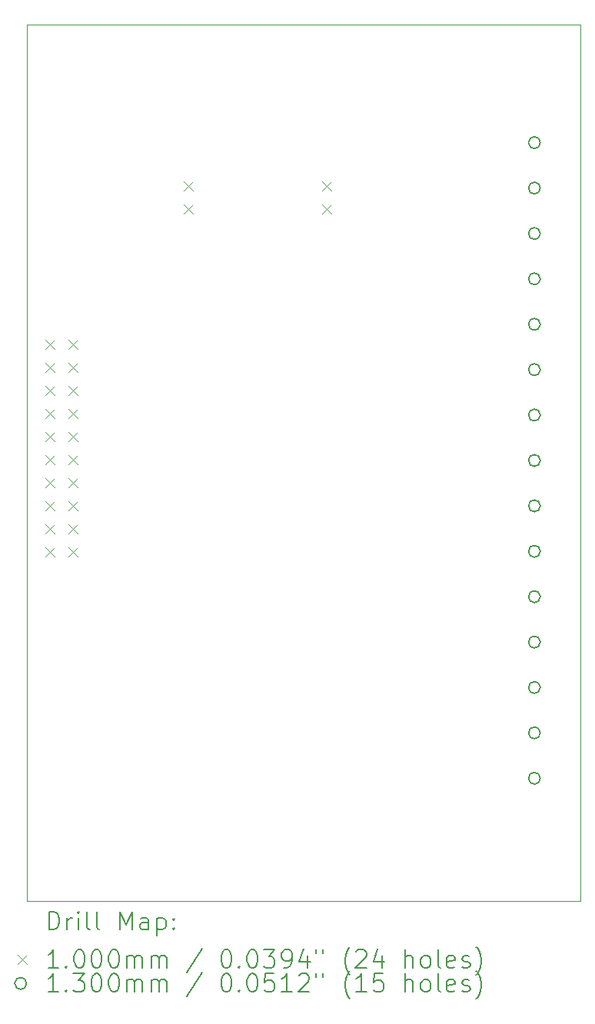
<source format=gbr>
%TF.GenerationSoftware,KiCad,Pcbnew,7.0.2*%
%TF.CreationDate,2023-04-24T16:58:58-04:00*%
%TF.ProjectId,JTAG_Terminal_Block,4a544147-5f54-4657-926d-696e616c5f42,rev?*%
%TF.SameCoordinates,Original*%
%TF.FileFunction,Drillmap*%
%TF.FilePolarity,Positive*%
%FSLAX45Y45*%
G04 Gerber Fmt 4.5, Leading zero omitted, Abs format (unit mm)*
G04 Created by KiCad (PCBNEW 7.0.2) date 2023-04-24 16:58:58*
%MOMM*%
%LPD*%
G01*
G04 APERTURE LIST*
%ADD10C,0.100000*%
%ADD11C,0.200000*%
%ADD12C,0.130000*%
G04 APERTURE END LIST*
D10*
X17780000Y-12700000D02*
X17780000Y-3048000D01*
X11684000Y-12700000D02*
X17780000Y-12700000D01*
X11684000Y-3048000D02*
X11684000Y-12700000D01*
X17780000Y-3048000D02*
X11684000Y-3048000D01*
D11*
D10*
X11888000Y-6522000D02*
X11988000Y-6622000D01*
X11988000Y-6522000D02*
X11888000Y-6622000D01*
X11888000Y-6776000D02*
X11988000Y-6876000D01*
X11988000Y-6776000D02*
X11888000Y-6876000D01*
X11888000Y-7030000D02*
X11988000Y-7130000D01*
X11988000Y-7030000D02*
X11888000Y-7130000D01*
X11888000Y-7284000D02*
X11988000Y-7384000D01*
X11988000Y-7284000D02*
X11888000Y-7384000D01*
X11888000Y-7538000D02*
X11988000Y-7638000D01*
X11988000Y-7538000D02*
X11888000Y-7638000D01*
X11888000Y-7792000D02*
X11988000Y-7892000D01*
X11988000Y-7792000D02*
X11888000Y-7892000D01*
X11888000Y-8046000D02*
X11988000Y-8146000D01*
X11988000Y-8046000D02*
X11888000Y-8146000D01*
X11888000Y-8300000D02*
X11988000Y-8400000D01*
X11988000Y-8300000D02*
X11888000Y-8400000D01*
X11888000Y-8554000D02*
X11988000Y-8654000D01*
X11988000Y-8554000D02*
X11888000Y-8654000D01*
X11888000Y-8808000D02*
X11988000Y-8908000D01*
X11988000Y-8808000D02*
X11888000Y-8908000D01*
X12142000Y-6522000D02*
X12242000Y-6622000D01*
X12242000Y-6522000D02*
X12142000Y-6622000D01*
X12142000Y-6776000D02*
X12242000Y-6876000D01*
X12242000Y-6776000D02*
X12142000Y-6876000D01*
X12142000Y-7030000D02*
X12242000Y-7130000D01*
X12242000Y-7030000D02*
X12142000Y-7130000D01*
X12142000Y-7284000D02*
X12242000Y-7384000D01*
X12242000Y-7284000D02*
X12142000Y-7384000D01*
X12142000Y-7538000D02*
X12242000Y-7638000D01*
X12242000Y-7538000D02*
X12142000Y-7638000D01*
X12142000Y-7792000D02*
X12242000Y-7892000D01*
X12242000Y-7792000D02*
X12142000Y-7892000D01*
X12142000Y-8046000D02*
X12242000Y-8146000D01*
X12242000Y-8046000D02*
X12142000Y-8146000D01*
X12142000Y-8300000D02*
X12242000Y-8400000D01*
X12242000Y-8300000D02*
X12142000Y-8400000D01*
X12142000Y-8554000D02*
X12242000Y-8654000D01*
X12242000Y-8554000D02*
X12142000Y-8654000D01*
X12142000Y-8808000D02*
X12242000Y-8908000D01*
X12242000Y-8808000D02*
X12142000Y-8908000D01*
X13412000Y-4776000D02*
X13512000Y-4876000D01*
X13512000Y-4776000D02*
X13412000Y-4876000D01*
X13412000Y-5030000D02*
X13512000Y-5130000D01*
X13512000Y-5030000D02*
X13412000Y-5130000D01*
X14936000Y-4776000D02*
X15036000Y-4876000D01*
X15036000Y-4776000D02*
X14936000Y-4876000D01*
X14936000Y-5030000D02*
X15036000Y-5130000D01*
X15036000Y-5030000D02*
X14936000Y-5130000D01*
D12*
X17337000Y-4350000D02*
G75*
G03*
X17337000Y-4350000I-65000J0D01*
G01*
X17337000Y-4850000D02*
G75*
G03*
X17337000Y-4850000I-65000J0D01*
G01*
X17337000Y-5350000D02*
G75*
G03*
X17337000Y-5350000I-65000J0D01*
G01*
X17337000Y-5850000D02*
G75*
G03*
X17337000Y-5850000I-65000J0D01*
G01*
X17337000Y-6350000D02*
G75*
G03*
X17337000Y-6350000I-65000J0D01*
G01*
X17337000Y-6850000D02*
G75*
G03*
X17337000Y-6850000I-65000J0D01*
G01*
X17337000Y-7350000D02*
G75*
G03*
X17337000Y-7350000I-65000J0D01*
G01*
X17337000Y-7850000D02*
G75*
G03*
X17337000Y-7850000I-65000J0D01*
G01*
X17337000Y-8350000D02*
G75*
G03*
X17337000Y-8350000I-65000J0D01*
G01*
X17337000Y-8850000D02*
G75*
G03*
X17337000Y-8850000I-65000J0D01*
G01*
X17337000Y-9350000D02*
G75*
G03*
X17337000Y-9350000I-65000J0D01*
G01*
X17337000Y-9850000D02*
G75*
G03*
X17337000Y-9850000I-65000J0D01*
G01*
X17337000Y-10350000D02*
G75*
G03*
X17337000Y-10350000I-65000J0D01*
G01*
X17337000Y-10850000D02*
G75*
G03*
X17337000Y-10850000I-65000J0D01*
G01*
X17337000Y-11350000D02*
G75*
G03*
X17337000Y-11350000I-65000J0D01*
G01*
D11*
X11926619Y-13017524D02*
X11926619Y-12817524D01*
X11926619Y-12817524D02*
X11974238Y-12817524D01*
X11974238Y-12817524D02*
X12002809Y-12827048D01*
X12002809Y-12827048D02*
X12021857Y-12846095D01*
X12021857Y-12846095D02*
X12031381Y-12865143D01*
X12031381Y-12865143D02*
X12040905Y-12903238D01*
X12040905Y-12903238D02*
X12040905Y-12931809D01*
X12040905Y-12931809D02*
X12031381Y-12969905D01*
X12031381Y-12969905D02*
X12021857Y-12988952D01*
X12021857Y-12988952D02*
X12002809Y-13008000D01*
X12002809Y-13008000D02*
X11974238Y-13017524D01*
X11974238Y-13017524D02*
X11926619Y-13017524D01*
X12126619Y-13017524D02*
X12126619Y-12884190D01*
X12126619Y-12922286D02*
X12136143Y-12903238D01*
X12136143Y-12903238D02*
X12145667Y-12893714D01*
X12145667Y-12893714D02*
X12164714Y-12884190D01*
X12164714Y-12884190D02*
X12183762Y-12884190D01*
X12250428Y-13017524D02*
X12250428Y-12884190D01*
X12250428Y-12817524D02*
X12240905Y-12827048D01*
X12240905Y-12827048D02*
X12250428Y-12836571D01*
X12250428Y-12836571D02*
X12259952Y-12827048D01*
X12259952Y-12827048D02*
X12250428Y-12817524D01*
X12250428Y-12817524D02*
X12250428Y-12836571D01*
X12374238Y-13017524D02*
X12355190Y-13008000D01*
X12355190Y-13008000D02*
X12345667Y-12988952D01*
X12345667Y-12988952D02*
X12345667Y-12817524D01*
X12479000Y-13017524D02*
X12459952Y-13008000D01*
X12459952Y-13008000D02*
X12450428Y-12988952D01*
X12450428Y-12988952D02*
X12450428Y-12817524D01*
X12707571Y-13017524D02*
X12707571Y-12817524D01*
X12707571Y-12817524D02*
X12774238Y-12960381D01*
X12774238Y-12960381D02*
X12840905Y-12817524D01*
X12840905Y-12817524D02*
X12840905Y-13017524D01*
X13021857Y-13017524D02*
X13021857Y-12912762D01*
X13021857Y-12912762D02*
X13012333Y-12893714D01*
X13012333Y-12893714D02*
X12993286Y-12884190D01*
X12993286Y-12884190D02*
X12955190Y-12884190D01*
X12955190Y-12884190D02*
X12936143Y-12893714D01*
X13021857Y-13008000D02*
X13002809Y-13017524D01*
X13002809Y-13017524D02*
X12955190Y-13017524D01*
X12955190Y-13017524D02*
X12936143Y-13008000D01*
X12936143Y-13008000D02*
X12926619Y-12988952D01*
X12926619Y-12988952D02*
X12926619Y-12969905D01*
X12926619Y-12969905D02*
X12936143Y-12950857D01*
X12936143Y-12950857D02*
X12955190Y-12941333D01*
X12955190Y-12941333D02*
X13002809Y-12941333D01*
X13002809Y-12941333D02*
X13021857Y-12931809D01*
X13117095Y-12884190D02*
X13117095Y-13084190D01*
X13117095Y-12893714D02*
X13136143Y-12884190D01*
X13136143Y-12884190D02*
X13174238Y-12884190D01*
X13174238Y-12884190D02*
X13193286Y-12893714D01*
X13193286Y-12893714D02*
X13202809Y-12903238D01*
X13202809Y-12903238D02*
X13212333Y-12922286D01*
X13212333Y-12922286D02*
X13212333Y-12979428D01*
X13212333Y-12979428D02*
X13202809Y-12998476D01*
X13202809Y-12998476D02*
X13193286Y-13008000D01*
X13193286Y-13008000D02*
X13174238Y-13017524D01*
X13174238Y-13017524D02*
X13136143Y-13017524D01*
X13136143Y-13017524D02*
X13117095Y-13008000D01*
X13298048Y-12998476D02*
X13307571Y-13008000D01*
X13307571Y-13008000D02*
X13298048Y-13017524D01*
X13298048Y-13017524D02*
X13288524Y-13008000D01*
X13288524Y-13008000D02*
X13298048Y-12998476D01*
X13298048Y-12998476D02*
X13298048Y-13017524D01*
X13298048Y-12893714D02*
X13307571Y-12903238D01*
X13307571Y-12903238D02*
X13298048Y-12912762D01*
X13298048Y-12912762D02*
X13288524Y-12903238D01*
X13288524Y-12903238D02*
X13298048Y-12893714D01*
X13298048Y-12893714D02*
X13298048Y-12912762D01*
D10*
X11579000Y-13295000D02*
X11679000Y-13395000D01*
X11679000Y-13295000D02*
X11579000Y-13395000D01*
D11*
X12031381Y-13437524D02*
X11917095Y-13437524D01*
X11974238Y-13437524D02*
X11974238Y-13237524D01*
X11974238Y-13237524D02*
X11955190Y-13266095D01*
X11955190Y-13266095D02*
X11936143Y-13285143D01*
X11936143Y-13285143D02*
X11917095Y-13294667D01*
X12117095Y-13418476D02*
X12126619Y-13428000D01*
X12126619Y-13428000D02*
X12117095Y-13437524D01*
X12117095Y-13437524D02*
X12107571Y-13428000D01*
X12107571Y-13428000D02*
X12117095Y-13418476D01*
X12117095Y-13418476D02*
X12117095Y-13437524D01*
X12250428Y-13237524D02*
X12269476Y-13237524D01*
X12269476Y-13237524D02*
X12288524Y-13247048D01*
X12288524Y-13247048D02*
X12298048Y-13256571D01*
X12298048Y-13256571D02*
X12307571Y-13275619D01*
X12307571Y-13275619D02*
X12317095Y-13313714D01*
X12317095Y-13313714D02*
X12317095Y-13361333D01*
X12317095Y-13361333D02*
X12307571Y-13399428D01*
X12307571Y-13399428D02*
X12298048Y-13418476D01*
X12298048Y-13418476D02*
X12288524Y-13428000D01*
X12288524Y-13428000D02*
X12269476Y-13437524D01*
X12269476Y-13437524D02*
X12250428Y-13437524D01*
X12250428Y-13437524D02*
X12231381Y-13428000D01*
X12231381Y-13428000D02*
X12221857Y-13418476D01*
X12221857Y-13418476D02*
X12212333Y-13399428D01*
X12212333Y-13399428D02*
X12202809Y-13361333D01*
X12202809Y-13361333D02*
X12202809Y-13313714D01*
X12202809Y-13313714D02*
X12212333Y-13275619D01*
X12212333Y-13275619D02*
X12221857Y-13256571D01*
X12221857Y-13256571D02*
X12231381Y-13247048D01*
X12231381Y-13247048D02*
X12250428Y-13237524D01*
X12440905Y-13237524D02*
X12459952Y-13237524D01*
X12459952Y-13237524D02*
X12479000Y-13247048D01*
X12479000Y-13247048D02*
X12488524Y-13256571D01*
X12488524Y-13256571D02*
X12498048Y-13275619D01*
X12498048Y-13275619D02*
X12507571Y-13313714D01*
X12507571Y-13313714D02*
X12507571Y-13361333D01*
X12507571Y-13361333D02*
X12498048Y-13399428D01*
X12498048Y-13399428D02*
X12488524Y-13418476D01*
X12488524Y-13418476D02*
X12479000Y-13428000D01*
X12479000Y-13428000D02*
X12459952Y-13437524D01*
X12459952Y-13437524D02*
X12440905Y-13437524D01*
X12440905Y-13437524D02*
X12421857Y-13428000D01*
X12421857Y-13428000D02*
X12412333Y-13418476D01*
X12412333Y-13418476D02*
X12402809Y-13399428D01*
X12402809Y-13399428D02*
X12393286Y-13361333D01*
X12393286Y-13361333D02*
X12393286Y-13313714D01*
X12393286Y-13313714D02*
X12402809Y-13275619D01*
X12402809Y-13275619D02*
X12412333Y-13256571D01*
X12412333Y-13256571D02*
X12421857Y-13247048D01*
X12421857Y-13247048D02*
X12440905Y-13237524D01*
X12631381Y-13237524D02*
X12650429Y-13237524D01*
X12650429Y-13237524D02*
X12669476Y-13247048D01*
X12669476Y-13247048D02*
X12679000Y-13256571D01*
X12679000Y-13256571D02*
X12688524Y-13275619D01*
X12688524Y-13275619D02*
X12698048Y-13313714D01*
X12698048Y-13313714D02*
X12698048Y-13361333D01*
X12698048Y-13361333D02*
X12688524Y-13399428D01*
X12688524Y-13399428D02*
X12679000Y-13418476D01*
X12679000Y-13418476D02*
X12669476Y-13428000D01*
X12669476Y-13428000D02*
X12650429Y-13437524D01*
X12650429Y-13437524D02*
X12631381Y-13437524D01*
X12631381Y-13437524D02*
X12612333Y-13428000D01*
X12612333Y-13428000D02*
X12602809Y-13418476D01*
X12602809Y-13418476D02*
X12593286Y-13399428D01*
X12593286Y-13399428D02*
X12583762Y-13361333D01*
X12583762Y-13361333D02*
X12583762Y-13313714D01*
X12583762Y-13313714D02*
X12593286Y-13275619D01*
X12593286Y-13275619D02*
X12602809Y-13256571D01*
X12602809Y-13256571D02*
X12612333Y-13247048D01*
X12612333Y-13247048D02*
X12631381Y-13237524D01*
X12783762Y-13437524D02*
X12783762Y-13304190D01*
X12783762Y-13323238D02*
X12793286Y-13313714D01*
X12793286Y-13313714D02*
X12812333Y-13304190D01*
X12812333Y-13304190D02*
X12840905Y-13304190D01*
X12840905Y-13304190D02*
X12859952Y-13313714D01*
X12859952Y-13313714D02*
X12869476Y-13332762D01*
X12869476Y-13332762D02*
X12869476Y-13437524D01*
X12869476Y-13332762D02*
X12879000Y-13313714D01*
X12879000Y-13313714D02*
X12898048Y-13304190D01*
X12898048Y-13304190D02*
X12926619Y-13304190D01*
X12926619Y-13304190D02*
X12945667Y-13313714D01*
X12945667Y-13313714D02*
X12955190Y-13332762D01*
X12955190Y-13332762D02*
X12955190Y-13437524D01*
X13050429Y-13437524D02*
X13050429Y-13304190D01*
X13050429Y-13323238D02*
X13059952Y-13313714D01*
X13059952Y-13313714D02*
X13079000Y-13304190D01*
X13079000Y-13304190D02*
X13107571Y-13304190D01*
X13107571Y-13304190D02*
X13126619Y-13313714D01*
X13126619Y-13313714D02*
X13136143Y-13332762D01*
X13136143Y-13332762D02*
X13136143Y-13437524D01*
X13136143Y-13332762D02*
X13145667Y-13313714D01*
X13145667Y-13313714D02*
X13164714Y-13304190D01*
X13164714Y-13304190D02*
X13193286Y-13304190D01*
X13193286Y-13304190D02*
X13212333Y-13313714D01*
X13212333Y-13313714D02*
X13221857Y-13332762D01*
X13221857Y-13332762D02*
X13221857Y-13437524D01*
X13612333Y-13228000D02*
X13440905Y-13485143D01*
X13869476Y-13237524D02*
X13888524Y-13237524D01*
X13888524Y-13237524D02*
X13907572Y-13247048D01*
X13907572Y-13247048D02*
X13917095Y-13256571D01*
X13917095Y-13256571D02*
X13926619Y-13275619D01*
X13926619Y-13275619D02*
X13936143Y-13313714D01*
X13936143Y-13313714D02*
X13936143Y-13361333D01*
X13936143Y-13361333D02*
X13926619Y-13399428D01*
X13926619Y-13399428D02*
X13917095Y-13418476D01*
X13917095Y-13418476D02*
X13907572Y-13428000D01*
X13907572Y-13428000D02*
X13888524Y-13437524D01*
X13888524Y-13437524D02*
X13869476Y-13437524D01*
X13869476Y-13437524D02*
X13850429Y-13428000D01*
X13850429Y-13428000D02*
X13840905Y-13418476D01*
X13840905Y-13418476D02*
X13831381Y-13399428D01*
X13831381Y-13399428D02*
X13821857Y-13361333D01*
X13821857Y-13361333D02*
X13821857Y-13313714D01*
X13821857Y-13313714D02*
X13831381Y-13275619D01*
X13831381Y-13275619D02*
X13840905Y-13256571D01*
X13840905Y-13256571D02*
X13850429Y-13247048D01*
X13850429Y-13247048D02*
X13869476Y-13237524D01*
X14021857Y-13418476D02*
X14031381Y-13428000D01*
X14031381Y-13428000D02*
X14021857Y-13437524D01*
X14021857Y-13437524D02*
X14012333Y-13428000D01*
X14012333Y-13428000D02*
X14021857Y-13418476D01*
X14021857Y-13418476D02*
X14021857Y-13437524D01*
X14155191Y-13237524D02*
X14174238Y-13237524D01*
X14174238Y-13237524D02*
X14193286Y-13247048D01*
X14193286Y-13247048D02*
X14202810Y-13256571D01*
X14202810Y-13256571D02*
X14212333Y-13275619D01*
X14212333Y-13275619D02*
X14221857Y-13313714D01*
X14221857Y-13313714D02*
X14221857Y-13361333D01*
X14221857Y-13361333D02*
X14212333Y-13399428D01*
X14212333Y-13399428D02*
X14202810Y-13418476D01*
X14202810Y-13418476D02*
X14193286Y-13428000D01*
X14193286Y-13428000D02*
X14174238Y-13437524D01*
X14174238Y-13437524D02*
X14155191Y-13437524D01*
X14155191Y-13437524D02*
X14136143Y-13428000D01*
X14136143Y-13428000D02*
X14126619Y-13418476D01*
X14126619Y-13418476D02*
X14117095Y-13399428D01*
X14117095Y-13399428D02*
X14107572Y-13361333D01*
X14107572Y-13361333D02*
X14107572Y-13313714D01*
X14107572Y-13313714D02*
X14117095Y-13275619D01*
X14117095Y-13275619D02*
X14126619Y-13256571D01*
X14126619Y-13256571D02*
X14136143Y-13247048D01*
X14136143Y-13247048D02*
X14155191Y-13237524D01*
X14288524Y-13237524D02*
X14412333Y-13237524D01*
X14412333Y-13237524D02*
X14345667Y-13313714D01*
X14345667Y-13313714D02*
X14374238Y-13313714D01*
X14374238Y-13313714D02*
X14393286Y-13323238D01*
X14393286Y-13323238D02*
X14402810Y-13332762D01*
X14402810Y-13332762D02*
X14412333Y-13351809D01*
X14412333Y-13351809D02*
X14412333Y-13399428D01*
X14412333Y-13399428D02*
X14402810Y-13418476D01*
X14402810Y-13418476D02*
X14393286Y-13428000D01*
X14393286Y-13428000D02*
X14374238Y-13437524D01*
X14374238Y-13437524D02*
X14317095Y-13437524D01*
X14317095Y-13437524D02*
X14298048Y-13428000D01*
X14298048Y-13428000D02*
X14288524Y-13418476D01*
X14507572Y-13437524D02*
X14545667Y-13437524D01*
X14545667Y-13437524D02*
X14564714Y-13428000D01*
X14564714Y-13428000D02*
X14574238Y-13418476D01*
X14574238Y-13418476D02*
X14593286Y-13389905D01*
X14593286Y-13389905D02*
X14602810Y-13351809D01*
X14602810Y-13351809D02*
X14602810Y-13275619D01*
X14602810Y-13275619D02*
X14593286Y-13256571D01*
X14593286Y-13256571D02*
X14583762Y-13247048D01*
X14583762Y-13247048D02*
X14564714Y-13237524D01*
X14564714Y-13237524D02*
X14526619Y-13237524D01*
X14526619Y-13237524D02*
X14507572Y-13247048D01*
X14507572Y-13247048D02*
X14498048Y-13256571D01*
X14498048Y-13256571D02*
X14488524Y-13275619D01*
X14488524Y-13275619D02*
X14488524Y-13323238D01*
X14488524Y-13323238D02*
X14498048Y-13342286D01*
X14498048Y-13342286D02*
X14507572Y-13351809D01*
X14507572Y-13351809D02*
X14526619Y-13361333D01*
X14526619Y-13361333D02*
X14564714Y-13361333D01*
X14564714Y-13361333D02*
X14583762Y-13351809D01*
X14583762Y-13351809D02*
X14593286Y-13342286D01*
X14593286Y-13342286D02*
X14602810Y-13323238D01*
X14774238Y-13304190D02*
X14774238Y-13437524D01*
X14726619Y-13228000D02*
X14679000Y-13370857D01*
X14679000Y-13370857D02*
X14802810Y-13370857D01*
X14869476Y-13237524D02*
X14869476Y-13275619D01*
X14945667Y-13237524D02*
X14945667Y-13275619D01*
X15240905Y-13513714D02*
X15231381Y-13504190D01*
X15231381Y-13504190D02*
X15212334Y-13475619D01*
X15212334Y-13475619D02*
X15202810Y-13456571D01*
X15202810Y-13456571D02*
X15193286Y-13428000D01*
X15193286Y-13428000D02*
X15183762Y-13380381D01*
X15183762Y-13380381D02*
X15183762Y-13342286D01*
X15183762Y-13342286D02*
X15193286Y-13294667D01*
X15193286Y-13294667D02*
X15202810Y-13266095D01*
X15202810Y-13266095D02*
X15212334Y-13247048D01*
X15212334Y-13247048D02*
X15231381Y-13218476D01*
X15231381Y-13218476D02*
X15240905Y-13208952D01*
X15307572Y-13256571D02*
X15317095Y-13247048D01*
X15317095Y-13247048D02*
X15336143Y-13237524D01*
X15336143Y-13237524D02*
X15383762Y-13237524D01*
X15383762Y-13237524D02*
X15402810Y-13247048D01*
X15402810Y-13247048D02*
X15412334Y-13256571D01*
X15412334Y-13256571D02*
X15421857Y-13275619D01*
X15421857Y-13275619D02*
X15421857Y-13294667D01*
X15421857Y-13294667D02*
X15412334Y-13323238D01*
X15412334Y-13323238D02*
X15298048Y-13437524D01*
X15298048Y-13437524D02*
X15421857Y-13437524D01*
X15593286Y-13304190D02*
X15593286Y-13437524D01*
X15545667Y-13228000D02*
X15498048Y-13370857D01*
X15498048Y-13370857D02*
X15621857Y-13370857D01*
X15850429Y-13437524D02*
X15850429Y-13237524D01*
X15936143Y-13437524D02*
X15936143Y-13332762D01*
X15936143Y-13332762D02*
X15926619Y-13313714D01*
X15926619Y-13313714D02*
X15907572Y-13304190D01*
X15907572Y-13304190D02*
X15879000Y-13304190D01*
X15879000Y-13304190D02*
X15859953Y-13313714D01*
X15859953Y-13313714D02*
X15850429Y-13323238D01*
X16059953Y-13437524D02*
X16040905Y-13428000D01*
X16040905Y-13428000D02*
X16031381Y-13418476D01*
X16031381Y-13418476D02*
X16021857Y-13399428D01*
X16021857Y-13399428D02*
X16021857Y-13342286D01*
X16021857Y-13342286D02*
X16031381Y-13323238D01*
X16031381Y-13323238D02*
X16040905Y-13313714D01*
X16040905Y-13313714D02*
X16059953Y-13304190D01*
X16059953Y-13304190D02*
X16088524Y-13304190D01*
X16088524Y-13304190D02*
X16107572Y-13313714D01*
X16107572Y-13313714D02*
X16117096Y-13323238D01*
X16117096Y-13323238D02*
X16126619Y-13342286D01*
X16126619Y-13342286D02*
X16126619Y-13399428D01*
X16126619Y-13399428D02*
X16117096Y-13418476D01*
X16117096Y-13418476D02*
X16107572Y-13428000D01*
X16107572Y-13428000D02*
X16088524Y-13437524D01*
X16088524Y-13437524D02*
X16059953Y-13437524D01*
X16240905Y-13437524D02*
X16221857Y-13428000D01*
X16221857Y-13428000D02*
X16212334Y-13408952D01*
X16212334Y-13408952D02*
X16212334Y-13237524D01*
X16393286Y-13428000D02*
X16374238Y-13437524D01*
X16374238Y-13437524D02*
X16336143Y-13437524D01*
X16336143Y-13437524D02*
X16317096Y-13428000D01*
X16317096Y-13428000D02*
X16307572Y-13408952D01*
X16307572Y-13408952D02*
X16307572Y-13332762D01*
X16307572Y-13332762D02*
X16317096Y-13313714D01*
X16317096Y-13313714D02*
X16336143Y-13304190D01*
X16336143Y-13304190D02*
X16374238Y-13304190D01*
X16374238Y-13304190D02*
X16393286Y-13313714D01*
X16393286Y-13313714D02*
X16402810Y-13332762D01*
X16402810Y-13332762D02*
X16402810Y-13351809D01*
X16402810Y-13351809D02*
X16307572Y-13370857D01*
X16479000Y-13428000D02*
X16498048Y-13437524D01*
X16498048Y-13437524D02*
X16536143Y-13437524D01*
X16536143Y-13437524D02*
X16555191Y-13428000D01*
X16555191Y-13428000D02*
X16564715Y-13408952D01*
X16564715Y-13408952D02*
X16564715Y-13399428D01*
X16564715Y-13399428D02*
X16555191Y-13380381D01*
X16555191Y-13380381D02*
X16536143Y-13370857D01*
X16536143Y-13370857D02*
X16507572Y-13370857D01*
X16507572Y-13370857D02*
X16488524Y-13361333D01*
X16488524Y-13361333D02*
X16479000Y-13342286D01*
X16479000Y-13342286D02*
X16479000Y-13332762D01*
X16479000Y-13332762D02*
X16488524Y-13313714D01*
X16488524Y-13313714D02*
X16507572Y-13304190D01*
X16507572Y-13304190D02*
X16536143Y-13304190D01*
X16536143Y-13304190D02*
X16555191Y-13313714D01*
X16631381Y-13513714D02*
X16640905Y-13504190D01*
X16640905Y-13504190D02*
X16659953Y-13475619D01*
X16659953Y-13475619D02*
X16669477Y-13456571D01*
X16669477Y-13456571D02*
X16679000Y-13428000D01*
X16679000Y-13428000D02*
X16688524Y-13380381D01*
X16688524Y-13380381D02*
X16688524Y-13342286D01*
X16688524Y-13342286D02*
X16679000Y-13294667D01*
X16679000Y-13294667D02*
X16669477Y-13266095D01*
X16669477Y-13266095D02*
X16659953Y-13247048D01*
X16659953Y-13247048D02*
X16640905Y-13218476D01*
X16640905Y-13218476D02*
X16631381Y-13208952D01*
D12*
X11679000Y-13609000D02*
G75*
G03*
X11679000Y-13609000I-65000J0D01*
G01*
D11*
X12031381Y-13701524D02*
X11917095Y-13701524D01*
X11974238Y-13701524D02*
X11974238Y-13501524D01*
X11974238Y-13501524D02*
X11955190Y-13530095D01*
X11955190Y-13530095D02*
X11936143Y-13549143D01*
X11936143Y-13549143D02*
X11917095Y-13558667D01*
X12117095Y-13682476D02*
X12126619Y-13692000D01*
X12126619Y-13692000D02*
X12117095Y-13701524D01*
X12117095Y-13701524D02*
X12107571Y-13692000D01*
X12107571Y-13692000D02*
X12117095Y-13682476D01*
X12117095Y-13682476D02*
X12117095Y-13701524D01*
X12193286Y-13501524D02*
X12317095Y-13501524D01*
X12317095Y-13501524D02*
X12250428Y-13577714D01*
X12250428Y-13577714D02*
X12279000Y-13577714D01*
X12279000Y-13577714D02*
X12298048Y-13587238D01*
X12298048Y-13587238D02*
X12307571Y-13596762D01*
X12307571Y-13596762D02*
X12317095Y-13615809D01*
X12317095Y-13615809D02*
X12317095Y-13663428D01*
X12317095Y-13663428D02*
X12307571Y-13682476D01*
X12307571Y-13682476D02*
X12298048Y-13692000D01*
X12298048Y-13692000D02*
X12279000Y-13701524D01*
X12279000Y-13701524D02*
X12221857Y-13701524D01*
X12221857Y-13701524D02*
X12202809Y-13692000D01*
X12202809Y-13692000D02*
X12193286Y-13682476D01*
X12440905Y-13501524D02*
X12459952Y-13501524D01*
X12459952Y-13501524D02*
X12479000Y-13511048D01*
X12479000Y-13511048D02*
X12488524Y-13520571D01*
X12488524Y-13520571D02*
X12498048Y-13539619D01*
X12498048Y-13539619D02*
X12507571Y-13577714D01*
X12507571Y-13577714D02*
X12507571Y-13625333D01*
X12507571Y-13625333D02*
X12498048Y-13663428D01*
X12498048Y-13663428D02*
X12488524Y-13682476D01*
X12488524Y-13682476D02*
X12479000Y-13692000D01*
X12479000Y-13692000D02*
X12459952Y-13701524D01*
X12459952Y-13701524D02*
X12440905Y-13701524D01*
X12440905Y-13701524D02*
X12421857Y-13692000D01*
X12421857Y-13692000D02*
X12412333Y-13682476D01*
X12412333Y-13682476D02*
X12402809Y-13663428D01*
X12402809Y-13663428D02*
X12393286Y-13625333D01*
X12393286Y-13625333D02*
X12393286Y-13577714D01*
X12393286Y-13577714D02*
X12402809Y-13539619D01*
X12402809Y-13539619D02*
X12412333Y-13520571D01*
X12412333Y-13520571D02*
X12421857Y-13511048D01*
X12421857Y-13511048D02*
X12440905Y-13501524D01*
X12631381Y-13501524D02*
X12650429Y-13501524D01*
X12650429Y-13501524D02*
X12669476Y-13511048D01*
X12669476Y-13511048D02*
X12679000Y-13520571D01*
X12679000Y-13520571D02*
X12688524Y-13539619D01*
X12688524Y-13539619D02*
X12698048Y-13577714D01*
X12698048Y-13577714D02*
X12698048Y-13625333D01*
X12698048Y-13625333D02*
X12688524Y-13663428D01*
X12688524Y-13663428D02*
X12679000Y-13682476D01*
X12679000Y-13682476D02*
X12669476Y-13692000D01*
X12669476Y-13692000D02*
X12650429Y-13701524D01*
X12650429Y-13701524D02*
X12631381Y-13701524D01*
X12631381Y-13701524D02*
X12612333Y-13692000D01*
X12612333Y-13692000D02*
X12602809Y-13682476D01*
X12602809Y-13682476D02*
X12593286Y-13663428D01*
X12593286Y-13663428D02*
X12583762Y-13625333D01*
X12583762Y-13625333D02*
X12583762Y-13577714D01*
X12583762Y-13577714D02*
X12593286Y-13539619D01*
X12593286Y-13539619D02*
X12602809Y-13520571D01*
X12602809Y-13520571D02*
X12612333Y-13511048D01*
X12612333Y-13511048D02*
X12631381Y-13501524D01*
X12783762Y-13701524D02*
X12783762Y-13568190D01*
X12783762Y-13587238D02*
X12793286Y-13577714D01*
X12793286Y-13577714D02*
X12812333Y-13568190D01*
X12812333Y-13568190D02*
X12840905Y-13568190D01*
X12840905Y-13568190D02*
X12859952Y-13577714D01*
X12859952Y-13577714D02*
X12869476Y-13596762D01*
X12869476Y-13596762D02*
X12869476Y-13701524D01*
X12869476Y-13596762D02*
X12879000Y-13577714D01*
X12879000Y-13577714D02*
X12898048Y-13568190D01*
X12898048Y-13568190D02*
X12926619Y-13568190D01*
X12926619Y-13568190D02*
X12945667Y-13577714D01*
X12945667Y-13577714D02*
X12955190Y-13596762D01*
X12955190Y-13596762D02*
X12955190Y-13701524D01*
X13050429Y-13701524D02*
X13050429Y-13568190D01*
X13050429Y-13587238D02*
X13059952Y-13577714D01*
X13059952Y-13577714D02*
X13079000Y-13568190D01*
X13079000Y-13568190D02*
X13107571Y-13568190D01*
X13107571Y-13568190D02*
X13126619Y-13577714D01*
X13126619Y-13577714D02*
X13136143Y-13596762D01*
X13136143Y-13596762D02*
X13136143Y-13701524D01*
X13136143Y-13596762D02*
X13145667Y-13577714D01*
X13145667Y-13577714D02*
X13164714Y-13568190D01*
X13164714Y-13568190D02*
X13193286Y-13568190D01*
X13193286Y-13568190D02*
X13212333Y-13577714D01*
X13212333Y-13577714D02*
X13221857Y-13596762D01*
X13221857Y-13596762D02*
X13221857Y-13701524D01*
X13612333Y-13492000D02*
X13440905Y-13749143D01*
X13869476Y-13501524D02*
X13888524Y-13501524D01*
X13888524Y-13501524D02*
X13907572Y-13511048D01*
X13907572Y-13511048D02*
X13917095Y-13520571D01*
X13917095Y-13520571D02*
X13926619Y-13539619D01*
X13926619Y-13539619D02*
X13936143Y-13577714D01*
X13936143Y-13577714D02*
X13936143Y-13625333D01*
X13936143Y-13625333D02*
X13926619Y-13663428D01*
X13926619Y-13663428D02*
X13917095Y-13682476D01*
X13917095Y-13682476D02*
X13907572Y-13692000D01*
X13907572Y-13692000D02*
X13888524Y-13701524D01*
X13888524Y-13701524D02*
X13869476Y-13701524D01*
X13869476Y-13701524D02*
X13850429Y-13692000D01*
X13850429Y-13692000D02*
X13840905Y-13682476D01*
X13840905Y-13682476D02*
X13831381Y-13663428D01*
X13831381Y-13663428D02*
X13821857Y-13625333D01*
X13821857Y-13625333D02*
X13821857Y-13577714D01*
X13821857Y-13577714D02*
X13831381Y-13539619D01*
X13831381Y-13539619D02*
X13840905Y-13520571D01*
X13840905Y-13520571D02*
X13850429Y-13511048D01*
X13850429Y-13511048D02*
X13869476Y-13501524D01*
X14021857Y-13682476D02*
X14031381Y-13692000D01*
X14031381Y-13692000D02*
X14021857Y-13701524D01*
X14021857Y-13701524D02*
X14012333Y-13692000D01*
X14012333Y-13692000D02*
X14021857Y-13682476D01*
X14021857Y-13682476D02*
X14021857Y-13701524D01*
X14155191Y-13501524D02*
X14174238Y-13501524D01*
X14174238Y-13501524D02*
X14193286Y-13511048D01*
X14193286Y-13511048D02*
X14202810Y-13520571D01*
X14202810Y-13520571D02*
X14212333Y-13539619D01*
X14212333Y-13539619D02*
X14221857Y-13577714D01*
X14221857Y-13577714D02*
X14221857Y-13625333D01*
X14221857Y-13625333D02*
X14212333Y-13663428D01*
X14212333Y-13663428D02*
X14202810Y-13682476D01*
X14202810Y-13682476D02*
X14193286Y-13692000D01*
X14193286Y-13692000D02*
X14174238Y-13701524D01*
X14174238Y-13701524D02*
X14155191Y-13701524D01*
X14155191Y-13701524D02*
X14136143Y-13692000D01*
X14136143Y-13692000D02*
X14126619Y-13682476D01*
X14126619Y-13682476D02*
X14117095Y-13663428D01*
X14117095Y-13663428D02*
X14107572Y-13625333D01*
X14107572Y-13625333D02*
X14107572Y-13577714D01*
X14107572Y-13577714D02*
X14117095Y-13539619D01*
X14117095Y-13539619D02*
X14126619Y-13520571D01*
X14126619Y-13520571D02*
X14136143Y-13511048D01*
X14136143Y-13511048D02*
X14155191Y-13501524D01*
X14402810Y-13501524D02*
X14307572Y-13501524D01*
X14307572Y-13501524D02*
X14298048Y-13596762D01*
X14298048Y-13596762D02*
X14307572Y-13587238D01*
X14307572Y-13587238D02*
X14326619Y-13577714D01*
X14326619Y-13577714D02*
X14374238Y-13577714D01*
X14374238Y-13577714D02*
X14393286Y-13587238D01*
X14393286Y-13587238D02*
X14402810Y-13596762D01*
X14402810Y-13596762D02*
X14412333Y-13615809D01*
X14412333Y-13615809D02*
X14412333Y-13663428D01*
X14412333Y-13663428D02*
X14402810Y-13682476D01*
X14402810Y-13682476D02*
X14393286Y-13692000D01*
X14393286Y-13692000D02*
X14374238Y-13701524D01*
X14374238Y-13701524D02*
X14326619Y-13701524D01*
X14326619Y-13701524D02*
X14307572Y-13692000D01*
X14307572Y-13692000D02*
X14298048Y-13682476D01*
X14602810Y-13701524D02*
X14488524Y-13701524D01*
X14545667Y-13701524D02*
X14545667Y-13501524D01*
X14545667Y-13501524D02*
X14526619Y-13530095D01*
X14526619Y-13530095D02*
X14507572Y-13549143D01*
X14507572Y-13549143D02*
X14488524Y-13558667D01*
X14679000Y-13520571D02*
X14688524Y-13511048D01*
X14688524Y-13511048D02*
X14707572Y-13501524D01*
X14707572Y-13501524D02*
X14755191Y-13501524D01*
X14755191Y-13501524D02*
X14774238Y-13511048D01*
X14774238Y-13511048D02*
X14783762Y-13520571D01*
X14783762Y-13520571D02*
X14793286Y-13539619D01*
X14793286Y-13539619D02*
X14793286Y-13558667D01*
X14793286Y-13558667D02*
X14783762Y-13587238D01*
X14783762Y-13587238D02*
X14669476Y-13701524D01*
X14669476Y-13701524D02*
X14793286Y-13701524D01*
X14869476Y-13501524D02*
X14869476Y-13539619D01*
X14945667Y-13501524D02*
X14945667Y-13539619D01*
X15240905Y-13777714D02*
X15231381Y-13768190D01*
X15231381Y-13768190D02*
X15212334Y-13739619D01*
X15212334Y-13739619D02*
X15202810Y-13720571D01*
X15202810Y-13720571D02*
X15193286Y-13692000D01*
X15193286Y-13692000D02*
X15183762Y-13644381D01*
X15183762Y-13644381D02*
X15183762Y-13606286D01*
X15183762Y-13606286D02*
X15193286Y-13558667D01*
X15193286Y-13558667D02*
X15202810Y-13530095D01*
X15202810Y-13530095D02*
X15212334Y-13511048D01*
X15212334Y-13511048D02*
X15231381Y-13482476D01*
X15231381Y-13482476D02*
X15240905Y-13472952D01*
X15421857Y-13701524D02*
X15307572Y-13701524D01*
X15364714Y-13701524D02*
X15364714Y-13501524D01*
X15364714Y-13501524D02*
X15345667Y-13530095D01*
X15345667Y-13530095D02*
X15326619Y-13549143D01*
X15326619Y-13549143D02*
X15307572Y-13558667D01*
X15602810Y-13501524D02*
X15507572Y-13501524D01*
X15507572Y-13501524D02*
X15498048Y-13596762D01*
X15498048Y-13596762D02*
X15507572Y-13587238D01*
X15507572Y-13587238D02*
X15526619Y-13577714D01*
X15526619Y-13577714D02*
X15574238Y-13577714D01*
X15574238Y-13577714D02*
X15593286Y-13587238D01*
X15593286Y-13587238D02*
X15602810Y-13596762D01*
X15602810Y-13596762D02*
X15612334Y-13615809D01*
X15612334Y-13615809D02*
X15612334Y-13663428D01*
X15612334Y-13663428D02*
X15602810Y-13682476D01*
X15602810Y-13682476D02*
X15593286Y-13692000D01*
X15593286Y-13692000D02*
X15574238Y-13701524D01*
X15574238Y-13701524D02*
X15526619Y-13701524D01*
X15526619Y-13701524D02*
X15507572Y-13692000D01*
X15507572Y-13692000D02*
X15498048Y-13682476D01*
X15850429Y-13701524D02*
X15850429Y-13501524D01*
X15936143Y-13701524D02*
X15936143Y-13596762D01*
X15936143Y-13596762D02*
X15926619Y-13577714D01*
X15926619Y-13577714D02*
X15907572Y-13568190D01*
X15907572Y-13568190D02*
X15879000Y-13568190D01*
X15879000Y-13568190D02*
X15859953Y-13577714D01*
X15859953Y-13577714D02*
X15850429Y-13587238D01*
X16059953Y-13701524D02*
X16040905Y-13692000D01*
X16040905Y-13692000D02*
X16031381Y-13682476D01*
X16031381Y-13682476D02*
X16021857Y-13663428D01*
X16021857Y-13663428D02*
X16021857Y-13606286D01*
X16021857Y-13606286D02*
X16031381Y-13587238D01*
X16031381Y-13587238D02*
X16040905Y-13577714D01*
X16040905Y-13577714D02*
X16059953Y-13568190D01*
X16059953Y-13568190D02*
X16088524Y-13568190D01*
X16088524Y-13568190D02*
X16107572Y-13577714D01*
X16107572Y-13577714D02*
X16117096Y-13587238D01*
X16117096Y-13587238D02*
X16126619Y-13606286D01*
X16126619Y-13606286D02*
X16126619Y-13663428D01*
X16126619Y-13663428D02*
X16117096Y-13682476D01*
X16117096Y-13682476D02*
X16107572Y-13692000D01*
X16107572Y-13692000D02*
X16088524Y-13701524D01*
X16088524Y-13701524D02*
X16059953Y-13701524D01*
X16240905Y-13701524D02*
X16221857Y-13692000D01*
X16221857Y-13692000D02*
X16212334Y-13672952D01*
X16212334Y-13672952D02*
X16212334Y-13501524D01*
X16393286Y-13692000D02*
X16374238Y-13701524D01*
X16374238Y-13701524D02*
X16336143Y-13701524D01*
X16336143Y-13701524D02*
X16317096Y-13692000D01*
X16317096Y-13692000D02*
X16307572Y-13672952D01*
X16307572Y-13672952D02*
X16307572Y-13596762D01*
X16307572Y-13596762D02*
X16317096Y-13577714D01*
X16317096Y-13577714D02*
X16336143Y-13568190D01*
X16336143Y-13568190D02*
X16374238Y-13568190D01*
X16374238Y-13568190D02*
X16393286Y-13577714D01*
X16393286Y-13577714D02*
X16402810Y-13596762D01*
X16402810Y-13596762D02*
X16402810Y-13615809D01*
X16402810Y-13615809D02*
X16307572Y-13634857D01*
X16479000Y-13692000D02*
X16498048Y-13701524D01*
X16498048Y-13701524D02*
X16536143Y-13701524D01*
X16536143Y-13701524D02*
X16555191Y-13692000D01*
X16555191Y-13692000D02*
X16564715Y-13672952D01*
X16564715Y-13672952D02*
X16564715Y-13663428D01*
X16564715Y-13663428D02*
X16555191Y-13644381D01*
X16555191Y-13644381D02*
X16536143Y-13634857D01*
X16536143Y-13634857D02*
X16507572Y-13634857D01*
X16507572Y-13634857D02*
X16488524Y-13625333D01*
X16488524Y-13625333D02*
X16479000Y-13606286D01*
X16479000Y-13606286D02*
X16479000Y-13596762D01*
X16479000Y-13596762D02*
X16488524Y-13577714D01*
X16488524Y-13577714D02*
X16507572Y-13568190D01*
X16507572Y-13568190D02*
X16536143Y-13568190D01*
X16536143Y-13568190D02*
X16555191Y-13577714D01*
X16631381Y-13777714D02*
X16640905Y-13768190D01*
X16640905Y-13768190D02*
X16659953Y-13739619D01*
X16659953Y-13739619D02*
X16669477Y-13720571D01*
X16669477Y-13720571D02*
X16679000Y-13692000D01*
X16679000Y-13692000D02*
X16688524Y-13644381D01*
X16688524Y-13644381D02*
X16688524Y-13606286D01*
X16688524Y-13606286D02*
X16679000Y-13558667D01*
X16679000Y-13558667D02*
X16669477Y-13530095D01*
X16669477Y-13530095D02*
X16659953Y-13511048D01*
X16659953Y-13511048D02*
X16640905Y-13482476D01*
X16640905Y-13482476D02*
X16631381Y-13472952D01*
M02*

</source>
